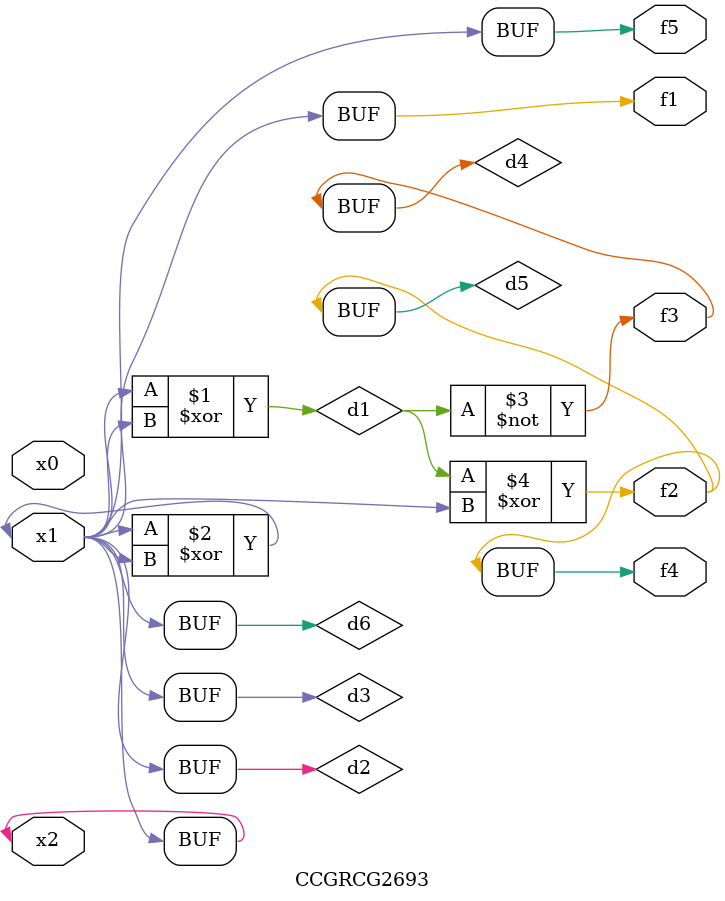
<source format=v>
module CCGRCG2693(
	input x0, x1, x2,
	output f1, f2, f3, f4, f5
);

	wire d1, d2, d3, d4, d5, d6;

	xor (d1, x1, x2);
	buf (d2, x1, x2);
	xor (d3, x1, x2);
	nor (d4, d1);
	xor (d5, d1, d2);
	buf (d6, d2, d3);
	assign f1 = d6;
	assign f2 = d5;
	assign f3 = d4;
	assign f4 = d5;
	assign f5 = d6;
endmodule

</source>
